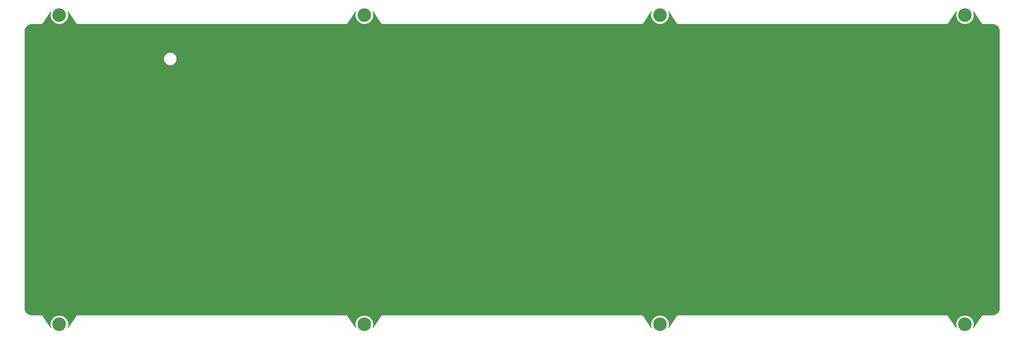
<source format=gbr>
G04 #@! TF.GenerationSoftware,KiCad,Pcbnew,(5.1.4-0)*
G04 #@! TF.CreationDate,2021-10-30T11:07:22-05:00*
G04 #@! TF.ProjectId,bottom_plate,626f7474-6f6d-45f7-906c-6174652e6b69,rev?*
G04 #@! TF.SameCoordinates,Original*
G04 #@! TF.FileFunction,Copper,L2,Bot*
G04 #@! TF.FilePolarity,Positive*
%FSLAX46Y46*%
G04 Gerber Fmt 4.6, Leading zero omitted, Abs format (unit mm)*
G04 Created by KiCad (PCBNEW (5.1.4-0)) date 2021-10-30 11:07:22*
%MOMM*%
%LPD*%
G04 APERTURE LIST*
%ADD10C,3.500000*%
%ADD11C,0.500000*%
%ADD12C,0.254000*%
G04 APERTURE END LIST*
D10*
X310779634Y-118454824D03*
X310779701Y-38682951D03*
X234579607Y-118454824D03*
X234579608Y-38683016D03*
X155998315Y-118454824D03*
X155998514Y-38683016D03*
X389360818Y-38683016D03*
X389360818Y-118454824D03*
D11*
X385194165Y-59518840D03*
D12*
G36*
X238775257Y-40808379D02*
G01*
X238790770Y-40837402D01*
X238830717Y-40886077D01*
X238872755Y-40937410D01*
X238873031Y-40937637D01*
X238873247Y-40937900D01*
X238922634Y-40978431D01*
X238973167Y-41019990D01*
X238973474Y-41020154D01*
X238973745Y-41020377D01*
X239030796Y-41050871D01*
X239087760Y-41081396D01*
X239088095Y-41081498D01*
X239088402Y-41081662D01*
X239150604Y-41100531D01*
X239212131Y-41119265D01*
X239212472Y-41119299D01*
X239212812Y-41119402D01*
X239277959Y-41125818D01*
X239341500Y-41132144D01*
X239374260Y-41128952D01*
X305984406Y-41128887D01*
X306017831Y-41132144D01*
X306142375Y-41119745D01*
X306146521Y-41119337D01*
X306146543Y-41119330D01*
X306147200Y-41119265D01*
X306265774Y-41083161D01*
X306270931Y-41081597D01*
X306270956Y-41081583D01*
X306271572Y-41081396D01*
X306375772Y-41025559D01*
X306385588Y-41020312D01*
X306385635Y-41020274D01*
X306386164Y-41019990D01*
X306472849Y-40948698D01*
X306486086Y-40937835D01*
X306486144Y-40937764D01*
X306486576Y-40937409D01*
X306548308Y-40862028D01*
X306548345Y-40861973D01*
X306568563Y-40837337D01*
X306583909Y-40808627D01*
X308521701Y-37901940D01*
X308486355Y-37987272D01*
X308394701Y-38448049D01*
X308394701Y-38917853D01*
X308486355Y-39378630D01*
X308666141Y-39812672D01*
X308927151Y-40203300D01*
X309259352Y-40535501D01*
X309649980Y-40796511D01*
X310084022Y-40976297D01*
X310544799Y-41067951D01*
X311014603Y-41067951D01*
X311475380Y-40976297D01*
X311909422Y-40796511D01*
X312300050Y-40535501D01*
X312632251Y-40203300D01*
X312893261Y-39812672D01*
X313073047Y-39378630D01*
X313164701Y-38917853D01*
X313164701Y-38448049D01*
X313073047Y-37987272D01*
X313037920Y-37902469D01*
X314975188Y-40808371D01*
X314990705Y-40837402D01*
X315031359Y-40886939D01*
X315072691Y-40937410D01*
X315072964Y-40937635D01*
X315073182Y-40937900D01*
X315123045Y-40978821D01*
X315173103Y-41019990D01*
X315173407Y-41020153D01*
X315173680Y-41020377D01*
X315231127Y-41051083D01*
X315287696Y-41081396D01*
X315288029Y-41081497D01*
X315288337Y-41081662D01*
X315350885Y-41100636D01*
X315412067Y-41119265D01*
X315412407Y-41119299D01*
X315412747Y-41119402D01*
X315477988Y-41125828D01*
X315541436Y-41132144D01*
X315574195Y-41128952D01*
X384566256Y-41128952D01*
X384599015Y-41132144D01*
X384662370Y-41125837D01*
X384727705Y-41119402D01*
X384728046Y-41119299D01*
X384728384Y-41119265D01*
X384789430Y-41100678D01*
X384852115Y-41081662D01*
X384852423Y-41081497D01*
X384852756Y-41081396D01*
X384909131Y-41051187D01*
X384966772Y-41020377D01*
X384967047Y-41020151D01*
X384967348Y-41019990D01*
X385016648Y-40979445D01*
X385067270Y-40937900D01*
X385067492Y-40937629D01*
X385067760Y-40937409D01*
X385108497Y-40887665D01*
X385149747Y-40837402D01*
X385165268Y-40808364D01*
X387102779Y-37902098D01*
X387067472Y-37987337D01*
X386975818Y-38448114D01*
X386975818Y-38917918D01*
X387067472Y-39378695D01*
X387247258Y-39812737D01*
X387508268Y-40203365D01*
X387840469Y-40535566D01*
X388231097Y-40796576D01*
X388665139Y-40976362D01*
X389125916Y-41068016D01*
X389595720Y-41068016D01*
X390056497Y-40976362D01*
X390490539Y-40796576D01*
X390881167Y-40535566D01*
X391213368Y-40203365D01*
X391474378Y-39812737D01*
X391654164Y-39378695D01*
X391745818Y-38917918D01*
X391745818Y-38448114D01*
X391654164Y-37987337D01*
X391618856Y-37902097D01*
X393556390Y-40808398D01*
X393571919Y-40837446D01*
X393612258Y-40886591D01*
X393653875Y-40937410D01*
X393654172Y-40937654D01*
X393654404Y-40937937D01*
X393703693Y-40978381D01*
X393754287Y-41019990D01*
X393754619Y-41020168D01*
X393754909Y-41020406D01*
X393811695Y-41050753D01*
X393868880Y-41081396D01*
X393869242Y-41081506D01*
X393869571Y-41081682D01*
X393931538Y-41100474D01*
X393993251Y-41119265D01*
X393993621Y-41119302D01*
X393993984Y-41119412D01*
X394058592Y-41125770D01*
X394122620Y-41132144D01*
X394155412Y-41128949D01*
X396472894Y-41128762D01*
X396838861Y-41164646D01*
X397159864Y-41261562D01*
X397455930Y-41418983D01*
X397715777Y-41630909D01*
X397929515Y-41889272D01*
X398088998Y-42184230D01*
X398188154Y-42504552D01*
X398226411Y-42868543D01*
X398226410Y-114255541D01*
X398190524Y-114621531D01*
X398093607Y-114942538D01*
X397936187Y-115238599D01*
X397724259Y-115498448D01*
X397465896Y-115712186D01*
X397170940Y-115871668D01*
X396850618Y-115970824D01*
X396486647Y-116009079D01*
X394155412Y-116008891D01*
X394122620Y-116005696D01*
X394058592Y-116012070D01*
X393993984Y-116018428D01*
X393993621Y-116018538D01*
X393993251Y-116018575D01*
X393931538Y-116037366D01*
X393869571Y-116056158D01*
X393869242Y-116056334D01*
X393868880Y-116056444D01*
X393811695Y-116087087D01*
X393754909Y-116117434D01*
X393754619Y-116117672D01*
X393754287Y-116117850D01*
X393703693Y-116159459D01*
X393654404Y-116199903D01*
X393654172Y-116200186D01*
X393653875Y-116200430D01*
X393612270Y-116251235D01*
X393571919Y-116300394D01*
X393556390Y-116329442D01*
X391618856Y-119235743D01*
X391654164Y-119150503D01*
X391745818Y-118689726D01*
X391745818Y-118219922D01*
X391654164Y-117759145D01*
X391474378Y-117325103D01*
X391213368Y-116934475D01*
X390881167Y-116602274D01*
X390490539Y-116341264D01*
X390056497Y-116161478D01*
X389595720Y-116069824D01*
X389125916Y-116069824D01*
X388665139Y-116161478D01*
X388231097Y-116341264D01*
X387840469Y-116602274D01*
X387508268Y-116934475D01*
X387247258Y-117325103D01*
X387067472Y-117759145D01*
X386975818Y-118219922D01*
X386975818Y-118689726D01*
X387067472Y-119150503D01*
X387102779Y-119235742D01*
X385165266Y-116329473D01*
X385149746Y-116300437D01*
X385108772Y-116250511D01*
X385067760Y-116200431D01*
X385067489Y-116200208D01*
X385067269Y-116199940D01*
X385017354Y-116158976D01*
X384967348Y-116117850D01*
X384967041Y-116117686D01*
X384966770Y-116117463D01*
X384909917Y-116087075D01*
X384852756Y-116056444D01*
X384852418Y-116056341D01*
X384852113Y-116056178D01*
X384789967Y-116037326D01*
X384728384Y-116018575D01*
X384728043Y-116018541D01*
X384727703Y-116018438D01*
X384662556Y-116012022D01*
X384599015Y-116005696D01*
X384566255Y-116008888D01*
X315575518Y-116009017D01*
X315541436Y-116005696D01*
X315412067Y-116018575D01*
X315287696Y-116056444D01*
X315173103Y-116117850D01*
X315072691Y-116200430D01*
X315010959Y-116275812D01*
X315010428Y-116276608D01*
X314990765Y-116300568D01*
X314975841Y-116328489D01*
X313037672Y-119235743D01*
X313072980Y-119150503D01*
X313164634Y-118689726D01*
X313164634Y-118219922D01*
X313072980Y-117759145D01*
X312893194Y-117325103D01*
X312632184Y-116934475D01*
X312299983Y-116602274D01*
X311909355Y-116341264D01*
X311475313Y-116161478D01*
X311014536Y-116069824D01*
X310544732Y-116069824D01*
X310083955Y-116161478D01*
X309649913Y-116341264D01*
X309259285Y-116602274D01*
X308927084Y-116934475D01*
X308666074Y-117325103D01*
X308486288Y-117759145D01*
X308394634Y-118219922D01*
X308394634Y-118689726D01*
X308486288Y-119150503D01*
X308521595Y-119235742D01*
X306583734Y-116328950D01*
X306568563Y-116300568D01*
X306548575Y-116276212D01*
X306548308Y-116275812D01*
X306486576Y-116200431D01*
X306386164Y-116117850D01*
X306271572Y-116056444D01*
X306147200Y-116018575D01*
X306017831Y-116005696D01*
X305983749Y-116009017D01*
X239374261Y-116008888D01*
X239341500Y-116005696D01*
X239277867Y-116012031D01*
X239212813Y-116018438D01*
X239212474Y-116018541D01*
X239212131Y-116018575D01*
X239150413Y-116037367D01*
X239088403Y-116056178D01*
X239088098Y-116056341D01*
X239087760Y-116056444D01*
X239030402Y-116087180D01*
X238973746Y-116117463D01*
X238973477Y-116117684D01*
X238973167Y-116117850D01*
X238922402Y-116159600D01*
X238873247Y-116199940D01*
X238873031Y-116200203D01*
X238872755Y-116200430D01*
X238831153Y-116251231D01*
X238790770Y-116300437D01*
X238775254Y-116329465D01*
X236837496Y-119236104D01*
X236872953Y-119150503D01*
X236964607Y-118689726D01*
X236964607Y-118219922D01*
X236872953Y-117759145D01*
X236693167Y-117325103D01*
X236432157Y-116934475D01*
X236099956Y-116602274D01*
X235709328Y-116341264D01*
X235275286Y-116161478D01*
X234814509Y-116069824D01*
X234344705Y-116069824D01*
X233883928Y-116161478D01*
X233449886Y-116341264D01*
X233059258Y-116602274D01*
X232727057Y-116934475D01*
X232466047Y-117325103D01*
X232286261Y-117759145D01*
X232194607Y-118219922D01*
X232194607Y-118689726D01*
X232286261Y-119150503D01*
X232321419Y-119235381D01*
X230384146Y-116329473D01*
X230368626Y-116300437D01*
X230327652Y-116250511D01*
X230286640Y-116200431D01*
X230286369Y-116200208D01*
X230286149Y-116199940D01*
X230236234Y-116158976D01*
X230186228Y-116117850D01*
X230185921Y-116117686D01*
X230185650Y-116117463D01*
X230128797Y-116087075D01*
X230071636Y-116056444D01*
X230071298Y-116056341D01*
X230070993Y-116056178D01*
X230008847Y-116037326D01*
X229947264Y-116018575D01*
X229946923Y-116018541D01*
X229946583Y-116018438D01*
X229881436Y-116012022D01*
X229817895Y-116005696D01*
X229785135Y-116008888D01*
X160794398Y-116009017D01*
X160760316Y-116005696D01*
X160630947Y-116018575D01*
X160506576Y-116056444D01*
X160391983Y-116117850D01*
X160291571Y-116200430D01*
X160229839Y-116275812D01*
X160229568Y-116276219D01*
X160209585Y-116300568D01*
X160194418Y-116328943D01*
X158256027Y-119236531D01*
X158291661Y-119150503D01*
X158383315Y-118689726D01*
X158383315Y-118219922D01*
X158291661Y-117759145D01*
X158111875Y-117325103D01*
X157850865Y-116934475D01*
X157518664Y-116602274D01*
X157128036Y-116341264D01*
X156693994Y-116161478D01*
X156233217Y-116069824D01*
X155763413Y-116069824D01*
X155302636Y-116161478D01*
X154868594Y-116341264D01*
X154477966Y-116602274D01*
X154145765Y-116934475D01*
X153884755Y-117325103D01*
X153704969Y-117759145D01*
X153613315Y-118219922D01*
X153613315Y-118689726D01*
X153704969Y-119150503D01*
X153739949Y-119234953D01*
X151802946Y-116329449D01*
X151787413Y-116300394D01*
X151746522Y-116250577D01*
X151705456Y-116200431D01*
X151705165Y-116200192D01*
X151704928Y-116199903D01*
X151654932Y-116158879D01*
X151605044Y-116117850D01*
X151604715Y-116117674D01*
X151604423Y-116117434D01*
X151547454Y-116086989D01*
X151490452Y-116056444D01*
X151490090Y-116056334D01*
X151489761Y-116056158D01*
X151427668Y-116037328D01*
X151366080Y-116018575D01*
X151365712Y-116018538D01*
X151365348Y-116018428D01*
X151300653Y-116012062D01*
X151236711Y-116005696D01*
X151203919Y-116008891D01*
X148886366Y-116009078D01*
X148520399Y-115973194D01*
X148199392Y-115876277D01*
X147903331Y-115718857D01*
X147643482Y-115506929D01*
X147429744Y-115248566D01*
X147270262Y-114953610D01*
X147171106Y-114633288D01*
X147132850Y-114269307D01*
X147132850Y-49823061D01*
X182838490Y-49823061D01*
X182838490Y-50164827D01*
X182905165Y-50500025D01*
X183035953Y-50815775D01*
X183225827Y-51099942D01*
X183467492Y-51341607D01*
X183751659Y-51531481D01*
X184067409Y-51662269D01*
X184402607Y-51728944D01*
X184744373Y-51728944D01*
X185079571Y-51662269D01*
X185395321Y-51531481D01*
X185679488Y-51341607D01*
X185921153Y-51099942D01*
X186111027Y-50815775D01*
X186241815Y-50500025D01*
X186308490Y-50164827D01*
X186308490Y-49823061D01*
X186241815Y-49487863D01*
X186111027Y-49172113D01*
X185921153Y-48887946D01*
X185679488Y-48646281D01*
X185395321Y-48456407D01*
X185079571Y-48325619D01*
X184744373Y-48258944D01*
X184402607Y-48258944D01*
X184067409Y-48325619D01*
X183751659Y-48456407D01*
X183467492Y-48646281D01*
X183225827Y-48887946D01*
X183035953Y-49172113D01*
X182905165Y-49487863D01*
X182838490Y-49823061D01*
X147132850Y-49823061D01*
X147132850Y-42886906D01*
X147169176Y-42516429D01*
X147266092Y-42195426D01*
X147423513Y-41899360D01*
X147635439Y-41639513D01*
X147893802Y-41425775D01*
X148188760Y-41266292D01*
X148509082Y-41167136D01*
X148873058Y-41128881D01*
X151203932Y-41128950D01*
X151236711Y-41132144D01*
X151300972Y-41125747D01*
X151365381Y-41119405D01*
X151365727Y-41119300D01*
X151366080Y-41119265D01*
X151427926Y-41100434D01*
X151489792Y-41081669D01*
X151490105Y-41081502D01*
X151490452Y-41081396D01*
X151547278Y-41050945D01*
X151604451Y-41020388D01*
X151604733Y-41020157D01*
X151605044Y-41019990D01*
X151654706Y-40979147D01*
X151704951Y-40937914D01*
X151705177Y-40937638D01*
X151705456Y-40937409D01*
X151746736Y-40887002D01*
X151787431Y-40837418D01*
X151802953Y-40808380D01*
X153740475Y-37902098D01*
X153705168Y-37987337D01*
X153613514Y-38448114D01*
X153613514Y-38917918D01*
X153705168Y-39378695D01*
X153884954Y-39812737D01*
X154145964Y-40203365D01*
X154478165Y-40535566D01*
X154868793Y-40796576D01*
X155302835Y-40976362D01*
X155763612Y-41068016D01*
X156233416Y-41068016D01*
X156694193Y-40976362D01*
X157128235Y-40796576D01*
X157518863Y-40535566D01*
X157851064Y-40203365D01*
X158112074Y-39812737D01*
X158291860Y-39378695D01*
X158383514Y-38917918D01*
X158383514Y-38448114D01*
X158291860Y-37987337D01*
X158256552Y-37902097D01*
X160194068Y-40808371D01*
X160209585Y-40837402D01*
X160250239Y-40886939D01*
X160291571Y-40937410D01*
X160291844Y-40937635D01*
X160292062Y-40937900D01*
X160341925Y-40978821D01*
X160391983Y-41019990D01*
X160392287Y-41020153D01*
X160392560Y-41020377D01*
X160450007Y-41051083D01*
X160506576Y-41081396D01*
X160506909Y-41081497D01*
X160507217Y-41081662D01*
X160569765Y-41100636D01*
X160630947Y-41119265D01*
X160631287Y-41119299D01*
X160631627Y-41119402D01*
X160696868Y-41125828D01*
X160760316Y-41132144D01*
X160793075Y-41128952D01*
X229785136Y-41128952D01*
X229817895Y-41132144D01*
X229881250Y-41125837D01*
X229946585Y-41119402D01*
X229946926Y-41119299D01*
X229947264Y-41119265D01*
X230008310Y-41100678D01*
X230070995Y-41081662D01*
X230071303Y-41081497D01*
X230071636Y-41081396D01*
X230128011Y-41051187D01*
X230185652Y-41020377D01*
X230185927Y-41020151D01*
X230186228Y-41019990D01*
X230235528Y-40979445D01*
X230286150Y-40937900D01*
X230286372Y-40937629D01*
X230286640Y-40937409D01*
X230327377Y-40887665D01*
X230368627Y-40837402D01*
X230384148Y-40808364D01*
X232321421Y-37902455D01*
X232286262Y-37987337D01*
X232194608Y-38448114D01*
X232194608Y-38917918D01*
X232286262Y-39378695D01*
X232466048Y-39812737D01*
X232727058Y-40203365D01*
X233059259Y-40535566D01*
X233449887Y-40796576D01*
X233883929Y-40976362D01*
X234344706Y-41068016D01*
X234814510Y-41068016D01*
X235275287Y-40976362D01*
X235709329Y-40796576D01*
X236099957Y-40535566D01*
X236432158Y-40203365D01*
X236693168Y-39812737D01*
X236872954Y-39378695D01*
X236964608Y-38917918D01*
X236964608Y-38448114D01*
X236872954Y-37987337D01*
X236837499Y-37901740D01*
X238775257Y-40808379D01*
X238775257Y-40808379D01*
G37*
X238775257Y-40808379D02*
X238790770Y-40837402D01*
X238830717Y-40886077D01*
X238872755Y-40937410D01*
X238873031Y-40937637D01*
X238873247Y-40937900D01*
X238922634Y-40978431D01*
X238973167Y-41019990D01*
X238973474Y-41020154D01*
X238973745Y-41020377D01*
X239030796Y-41050871D01*
X239087760Y-41081396D01*
X239088095Y-41081498D01*
X239088402Y-41081662D01*
X239150604Y-41100531D01*
X239212131Y-41119265D01*
X239212472Y-41119299D01*
X239212812Y-41119402D01*
X239277959Y-41125818D01*
X239341500Y-41132144D01*
X239374260Y-41128952D01*
X305984406Y-41128887D01*
X306017831Y-41132144D01*
X306142375Y-41119745D01*
X306146521Y-41119337D01*
X306146543Y-41119330D01*
X306147200Y-41119265D01*
X306265774Y-41083161D01*
X306270931Y-41081597D01*
X306270956Y-41081583D01*
X306271572Y-41081396D01*
X306375772Y-41025559D01*
X306385588Y-41020312D01*
X306385635Y-41020274D01*
X306386164Y-41019990D01*
X306472849Y-40948698D01*
X306486086Y-40937835D01*
X306486144Y-40937764D01*
X306486576Y-40937409D01*
X306548308Y-40862028D01*
X306548345Y-40861973D01*
X306568563Y-40837337D01*
X306583909Y-40808627D01*
X308521701Y-37901940D01*
X308486355Y-37987272D01*
X308394701Y-38448049D01*
X308394701Y-38917853D01*
X308486355Y-39378630D01*
X308666141Y-39812672D01*
X308927151Y-40203300D01*
X309259352Y-40535501D01*
X309649980Y-40796511D01*
X310084022Y-40976297D01*
X310544799Y-41067951D01*
X311014603Y-41067951D01*
X311475380Y-40976297D01*
X311909422Y-40796511D01*
X312300050Y-40535501D01*
X312632251Y-40203300D01*
X312893261Y-39812672D01*
X313073047Y-39378630D01*
X313164701Y-38917853D01*
X313164701Y-38448049D01*
X313073047Y-37987272D01*
X313037920Y-37902469D01*
X314975188Y-40808371D01*
X314990705Y-40837402D01*
X315031359Y-40886939D01*
X315072691Y-40937410D01*
X315072964Y-40937635D01*
X315073182Y-40937900D01*
X315123045Y-40978821D01*
X315173103Y-41019990D01*
X315173407Y-41020153D01*
X315173680Y-41020377D01*
X315231127Y-41051083D01*
X315287696Y-41081396D01*
X315288029Y-41081497D01*
X315288337Y-41081662D01*
X315350885Y-41100636D01*
X315412067Y-41119265D01*
X315412407Y-41119299D01*
X315412747Y-41119402D01*
X315477988Y-41125828D01*
X315541436Y-41132144D01*
X315574195Y-41128952D01*
X384566256Y-41128952D01*
X384599015Y-41132144D01*
X384662370Y-41125837D01*
X384727705Y-41119402D01*
X384728046Y-41119299D01*
X384728384Y-41119265D01*
X384789430Y-41100678D01*
X384852115Y-41081662D01*
X384852423Y-41081497D01*
X384852756Y-41081396D01*
X384909131Y-41051187D01*
X384966772Y-41020377D01*
X384967047Y-41020151D01*
X384967348Y-41019990D01*
X385016648Y-40979445D01*
X385067270Y-40937900D01*
X385067492Y-40937629D01*
X385067760Y-40937409D01*
X385108497Y-40887665D01*
X385149747Y-40837402D01*
X385165268Y-40808364D01*
X387102779Y-37902098D01*
X387067472Y-37987337D01*
X386975818Y-38448114D01*
X386975818Y-38917918D01*
X387067472Y-39378695D01*
X387247258Y-39812737D01*
X387508268Y-40203365D01*
X387840469Y-40535566D01*
X388231097Y-40796576D01*
X388665139Y-40976362D01*
X389125916Y-41068016D01*
X389595720Y-41068016D01*
X390056497Y-40976362D01*
X390490539Y-40796576D01*
X390881167Y-40535566D01*
X391213368Y-40203365D01*
X391474378Y-39812737D01*
X391654164Y-39378695D01*
X391745818Y-38917918D01*
X391745818Y-38448114D01*
X391654164Y-37987337D01*
X391618856Y-37902097D01*
X393556390Y-40808398D01*
X393571919Y-40837446D01*
X393612258Y-40886591D01*
X393653875Y-40937410D01*
X393654172Y-40937654D01*
X393654404Y-40937937D01*
X393703693Y-40978381D01*
X393754287Y-41019990D01*
X393754619Y-41020168D01*
X393754909Y-41020406D01*
X393811695Y-41050753D01*
X393868880Y-41081396D01*
X393869242Y-41081506D01*
X393869571Y-41081682D01*
X393931538Y-41100474D01*
X393993251Y-41119265D01*
X393993621Y-41119302D01*
X393993984Y-41119412D01*
X394058592Y-41125770D01*
X394122620Y-41132144D01*
X394155412Y-41128949D01*
X396472894Y-41128762D01*
X396838861Y-41164646D01*
X397159864Y-41261562D01*
X397455930Y-41418983D01*
X397715777Y-41630909D01*
X397929515Y-41889272D01*
X398088998Y-42184230D01*
X398188154Y-42504552D01*
X398226411Y-42868543D01*
X398226410Y-114255541D01*
X398190524Y-114621531D01*
X398093607Y-114942538D01*
X397936187Y-115238599D01*
X397724259Y-115498448D01*
X397465896Y-115712186D01*
X397170940Y-115871668D01*
X396850618Y-115970824D01*
X396486647Y-116009079D01*
X394155412Y-116008891D01*
X394122620Y-116005696D01*
X394058592Y-116012070D01*
X393993984Y-116018428D01*
X393993621Y-116018538D01*
X393993251Y-116018575D01*
X393931538Y-116037366D01*
X393869571Y-116056158D01*
X393869242Y-116056334D01*
X393868880Y-116056444D01*
X393811695Y-116087087D01*
X393754909Y-116117434D01*
X393754619Y-116117672D01*
X393754287Y-116117850D01*
X393703693Y-116159459D01*
X393654404Y-116199903D01*
X393654172Y-116200186D01*
X393653875Y-116200430D01*
X393612270Y-116251235D01*
X393571919Y-116300394D01*
X393556390Y-116329442D01*
X391618856Y-119235743D01*
X391654164Y-119150503D01*
X391745818Y-118689726D01*
X391745818Y-118219922D01*
X391654164Y-117759145D01*
X391474378Y-117325103D01*
X391213368Y-116934475D01*
X390881167Y-116602274D01*
X390490539Y-116341264D01*
X390056497Y-116161478D01*
X389595720Y-116069824D01*
X389125916Y-116069824D01*
X388665139Y-116161478D01*
X388231097Y-116341264D01*
X387840469Y-116602274D01*
X387508268Y-116934475D01*
X387247258Y-117325103D01*
X387067472Y-117759145D01*
X386975818Y-118219922D01*
X386975818Y-118689726D01*
X387067472Y-119150503D01*
X387102779Y-119235742D01*
X385165266Y-116329473D01*
X385149746Y-116300437D01*
X385108772Y-116250511D01*
X385067760Y-116200431D01*
X385067489Y-116200208D01*
X385067269Y-116199940D01*
X385017354Y-116158976D01*
X384967348Y-116117850D01*
X384967041Y-116117686D01*
X384966770Y-116117463D01*
X384909917Y-116087075D01*
X384852756Y-116056444D01*
X384852418Y-116056341D01*
X384852113Y-116056178D01*
X384789967Y-116037326D01*
X384728384Y-116018575D01*
X384728043Y-116018541D01*
X384727703Y-116018438D01*
X384662556Y-116012022D01*
X384599015Y-116005696D01*
X384566255Y-116008888D01*
X315575518Y-116009017D01*
X315541436Y-116005696D01*
X315412067Y-116018575D01*
X315287696Y-116056444D01*
X315173103Y-116117850D01*
X315072691Y-116200430D01*
X315010959Y-116275812D01*
X315010428Y-116276608D01*
X314990765Y-116300568D01*
X314975841Y-116328489D01*
X313037672Y-119235743D01*
X313072980Y-119150503D01*
X313164634Y-118689726D01*
X313164634Y-118219922D01*
X313072980Y-117759145D01*
X312893194Y-117325103D01*
X312632184Y-116934475D01*
X312299983Y-116602274D01*
X311909355Y-116341264D01*
X311475313Y-116161478D01*
X311014536Y-116069824D01*
X310544732Y-116069824D01*
X310083955Y-116161478D01*
X309649913Y-116341264D01*
X309259285Y-116602274D01*
X308927084Y-116934475D01*
X308666074Y-117325103D01*
X308486288Y-117759145D01*
X308394634Y-118219922D01*
X308394634Y-118689726D01*
X308486288Y-119150503D01*
X308521595Y-119235742D01*
X306583734Y-116328950D01*
X306568563Y-116300568D01*
X306548575Y-116276212D01*
X306548308Y-116275812D01*
X306486576Y-116200431D01*
X306386164Y-116117850D01*
X306271572Y-116056444D01*
X306147200Y-116018575D01*
X306017831Y-116005696D01*
X305983749Y-116009017D01*
X239374261Y-116008888D01*
X239341500Y-116005696D01*
X239277867Y-116012031D01*
X239212813Y-116018438D01*
X239212474Y-116018541D01*
X239212131Y-116018575D01*
X239150413Y-116037367D01*
X239088403Y-116056178D01*
X239088098Y-116056341D01*
X239087760Y-116056444D01*
X239030402Y-116087180D01*
X238973746Y-116117463D01*
X238973477Y-116117684D01*
X238973167Y-116117850D01*
X238922402Y-116159600D01*
X238873247Y-116199940D01*
X238873031Y-116200203D01*
X238872755Y-116200430D01*
X238831153Y-116251231D01*
X238790770Y-116300437D01*
X238775254Y-116329465D01*
X236837496Y-119236104D01*
X236872953Y-119150503D01*
X236964607Y-118689726D01*
X236964607Y-118219922D01*
X236872953Y-117759145D01*
X236693167Y-117325103D01*
X236432157Y-116934475D01*
X236099956Y-116602274D01*
X235709328Y-116341264D01*
X235275286Y-116161478D01*
X234814509Y-116069824D01*
X234344705Y-116069824D01*
X233883928Y-116161478D01*
X233449886Y-116341264D01*
X233059258Y-116602274D01*
X232727057Y-116934475D01*
X232466047Y-117325103D01*
X232286261Y-117759145D01*
X232194607Y-118219922D01*
X232194607Y-118689726D01*
X232286261Y-119150503D01*
X232321419Y-119235381D01*
X230384146Y-116329473D01*
X230368626Y-116300437D01*
X230327652Y-116250511D01*
X230286640Y-116200431D01*
X230286369Y-116200208D01*
X230286149Y-116199940D01*
X230236234Y-116158976D01*
X230186228Y-116117850D01*
X230185921Y-116117686D01*
X230185650Y-116117463D01*
X230128797Y-116087075D01*
X230071636Y-116056444D01*
X230071298Y-116056341D01*
X230070993Y-116056178D01*
X230008847Y-116037326D01*
X229947264Y-116018575D01*
X229946923Y-116018541D01*
X229946583Y-116018438D01*
X229881436Y-116012022D01*
X229817895Y-116005696D01*
X229785135Y-116008888D01*
X160794398Y-116009017D01*
X160760316Y-116005696D01*
X160630947Y-116018575D01*
X160506576Y-116056444D01*
X160391983Y-116117850D01*
X160291571Y-116200430D01*
X160229839Y-116275812D01*
X160229568Y-116276219D01*
X160209585Y-116300568D01*
X160194418Y-116328943D01*
X158256027Y-119236531D01*
X158291661Y-119150503D01*
X158383315Y-118689726D01*
X158383315Y-118219922D01*
X158291661Y-117759145D01*
X158111875Y-117325103D01*
X157850865Y-116934475D01*
X157518664Y-116602274D01*
X157128036Y-116341264D01*
X156693994Y-116161478D01*
X156233217Y-116069824D01*
X155763413Y-116069824D01*
X155302636Y-116161478D01*
X154868594Y-116341264D01*
X154477966Y-116602274D01*
X154145765Y-116934475D01*
X153884755Y-117325103D01*
X153704969Y-117759145D01*
X153613315Y-118219922D01*
X153613315Y-118689726D01*
X153704969Y-119150503D01*
X153739949Y-119234953D01*
X151802946Y-116329449D01*
X151787413Y-116300394D01*
X151746522Y-116250577D01*
X151705456Y-116200431D01*
X151705165Y-116200192D01*
X151704928Y-116199903D01*
X151654932Y-116158879D01*
X151605044Y-116117850D01*
X151604715Y-116117674D01*
X151604423Y-116117434D01*
X151547454Y-116086989D01*
X151490452Y-116056444D01*
X151490090Y-116056334D01*
X151489761Y-116056158D01*
X151427668Y-116037328D01*
X151366080Y-116018575D01*
X151365712Y-116018538D01*
X151365348Y-116018428D01*
X151300653Y-116012062D01*
X151236711Y-116005696D01*
X151203919Y-116008891D01*
X148886366Y-116009078D01*
X148520399Y-115973194D01*
X148199392Y-115876277D01*
X147903331Y-115718857D01*
X147643482Y-115506929D01*
X147429744Y-115248566D01*
X147270262Y-114953610D01*
X147171106Y-114633288D01*
X147132850Y-114269307D01*
X147132850Y-49823061D01*
X182838490Y-49823061D01*
X182838490Y-50164827D01*
X182905165Y-50500025D01*
X183035953Y-50815775D01*
X183225827Y-51099942D01*
X183467492Y-51341607D01*
X183751659Y-51531481D01*
X184067409Y-51662269D01*
X184402607Y-51728944D01*
X184744373Y-51728944D01*
X185079571Y-51662269D01*
X185395321Y-51531481D01*
X185679488Y-51341607D01*
X185921153Y-51099942D01*
X186111027Y-50815775D01*
X186241815Y-50500025D01*
X186308490Y-50164827D01*
X186308490Y-49823061D01*
X186241815Y-49487863D01*
X186111027Y-49172113D01*
X185921153Y-48887946D01*
X185679488Y-48646281D01*
X185395321Y-48456407D01*
X185079571Y-48325619D01*
X184744373Y-48258944D01*
X184402607Y-48258944D01*
X184067409Y-48325619D01*
X183751659Y-48456407D01*
X183467492Y-48646281D01*
X183225827Y-48887946D01*
X183035953Y-49172113D01*
X182905165Y-49487863D01*
X182838490Y-49823061D01*
X147132850Y-49823061D01*
X147132850Y-42886906D01*
X147169176Y-42516429D01*
X147266092Y-42195426D01*
X147423513Y-41899360D01*
X147635439Y-41639513D01*
X147893802Y-41425775D01*
X148188760Y-41266292D01*
X148509082Y-41167136D01*
X148873058Y-41128881D01*
X151203932Y-41128950D01*
X151236711Y-41132144D01*
X151300972Y-41125747D01*
X151365381Y-41119405D01*
X151365727Y-41119300D01*
X151366080Y-41119265D01*
X151427926Y-41100434D01*
X151489792Y-41081669D01*
X151490105Y-41081502D01*
X151490452Y-41081396D01*
X151547278Y-41050945D01*
X151604451Y-41020388D01*
X151604733Y-41020157D01*
X151605044Y-41019990D01*
X151654706Y-40979147D01*
X151704951Y-40937914D01*
X151705177Y-40937638D01*
X151705456Y-40937409D01*
X151746736Y-40887002D01*
X151787431Y-40837418D01*
X151802953Y-40808380D01*
X153740475Y-37902098D01*
X153705168Y-37987337D01*
X153613514Y-38448114D01*
X153613514Y-38917918D01*
X153705168Y-39378695D01*
X153884954Y-39812737D01*
X154145964Y-40203365D01*
X154478165Y-40535566D01*
X154868793Y-40796576D01*
X155302835Y-40976362D01*
X155763612Y-41068016D01*
X156233416Y-41068016D01*
X156694193Y-40976362D01*
X157128235Y-40796576D01*
X157518863Y-40535566D01*
X157851064Y-40203365D01*
X158112074Y-39812737D01*
X158291860Y-39378695D01*
X158383514Y-38917918D01*
X158383514Y-38448114D01*
X158291860Y-37987337D01*
X158256552Y-37902097D01*
X160194068Y-40808371D01*
X160209585Y-40837402D01*
X160250239Y-40886939D01*
X160291571Y-40937410D01*
X160291844Y-40937635D01*
X160292062Y-40937900D01*
X160341925Y-40978821D01*
X160391983Y-41019990D01*
X160392287Y-41020153D01*
X160392560Y-41020377D01*
X160450007Y-41051083D01*
X160506576Y-41081396D01*
X160506909Y-41081497D01*
X160507217Y-41081662D01*
X160569765Y-41100636D01*
X160630947Y-41119265D01*
X160631287Y-41119299D01*
X160631627Y-41119402D01*
X160696868Y-41125828D01*
X160760316Y-41132144D01*
X160793075Y-41128952D01*
X229785136Y-41128952D01*
X229817895Y-41132144D01*
X229881250Y-41125837D01*
X229946585Y-41119402D01*
X229946926Y-41119299D01*
X229947264Y-41119265D01*
X230008310Y-41100678D01*
X230070995Y-41081662D01*
X230071303Y-41081497D01*
X230071636Y-41081396D01*
X230128011Y-41051187D01*
X230185652Y-41020377D01*
X230185927Y-41020151D01*
X230186228Y-41019990D01*
X230235528Y-40979445D01*
X230286150Y-40937900D01*
X230286372Y-40937629D01*
X230286640Y-40937409D01*
X230327377Y-40887665D01*
X230368627Y-40837402D01*
X230384148Y-40808364D01*
X232321421Y-37902455D01*
X232286262Y-37987337D01*
X232194608Y-38448114D01*
X232194608Y-38917918D01*
X232286262Y-39378695D01*
X232466048Y-39812737D01*
X232727058Y-40203365D01*
X233059259Y-40535566D01*
X233449887Y-40796576D01*
X233883929Y-40976362D01*
X234344706Y-41068016D01*
X234814510Y-41068016D01*
X235275287Y-40976362D01*
X235709329Y-40796576D01*
X236099957Y-40535566D01*
X236432158Y-40203365D01*
X236693168Y-39812737D01*
X236872954Y-39378695D01*
X236964608Y-38917918D01*
X236964608Y-38448114D01*
X236872954Y-37987337D01*
X236837499Y-37901740D01*
X238775257Y-40808379D01*
M02*

</source>
